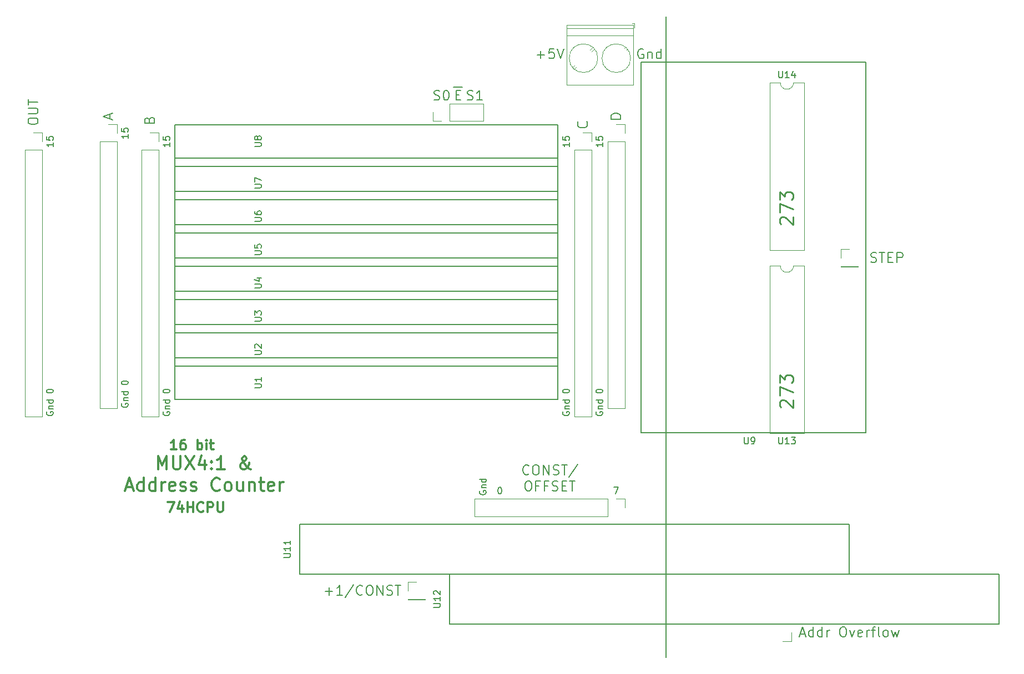
<source format=gbr>
%TF.GenerationSoftware,KiCad,Pcbnew,(5.1.8)-1*%
%TF.CreationDate,2024-06-20T22:43:38+03:00*%
%TF.ProjectId,MUX16bit,4d555831-3662-4697-942e-6b696361645f,rev?*%
%TF.SameCoordinates,Original*%
%TF.FileFunction,Legend,Top*%
%TF.FilePolarity,Positive*%
%FSLAX46Y46*%
G04 Gerber Fmt 4.6, Leading zero omitted, Abs format (unit mm)*
G04 Created by KiCad (PCBNEW (5.1.8)-1) date 2024-06-20 22:43:38*
%MOMM*%
%LPD*%
G01*
G04 APERTURE LIST*
%ADD10C,0.200000*%
%ADD11C,0.150000*%
%ADD12C,0.250000*%
%ADD13C,0.300000*%
%ADD14C,0.120000*%
G04 APERTURE END LIST*
D10*
X90801428Y-82495714D02*
X90730000Y-82567142D01*
X90515714Y-82638571D01*
X90372857Y-82638571D01*
X90158571Y-82567142D01*
X90015714Y-82424285D01*
X89944285Y-82281428D01*
X89872857Y-81995714D01*
X89872857Y-81781428D01*
X89944285Y-81495714D01*
X90015714Y-81352857D01*
X90158571Y-81210000D01*
X90372857Y-81138571D01*
X90515714Y-81138571D01*
X90730000Y-81210000D01*
X90801428Y-81281428D01*
X91730000Y-81138571D02*
X92015714Y-81138571D01*
X92158571Y-81210000D01*
X92301428Y-81352857D01*
X92372857Y-81638571D01*
X92372857Y-82138571D01*
X92301428Y-82424285D01*
X92158571Y-82567142D01*
X92015714Y-82638571D01*
X91730000Y-82638571D01*
X91587142Y-82567142D01*
X91444285Y-82424285D01*
X91372857Y-82138571D01*
X91372857Y-81638571D01*
X91444285Y-81352857D01*
X91587142Y-81210000D01*
X91730000Y-81138571D01*
X93015714Y-82638571D02*
X93015714Y-81138571D01*
X93872857Y-82638571D01*
X93872857Y-81138571D01*
X94515714Y-82567142D02*
X94730000Y-82638571D01*
X95087142Y-82638571D01*
X95230000Y-82567142D01*
X95301428Y-82495714D01*
X95372857Y-82352857D01*
X95372857Y-82210000D01*
X95301428Y-82067142D01*
X95230000Y-81995714D01*
X95087142Y-81924285D01*
X94801428Y-81852857D01*
X94658571Y-81781428D01*
X94587142Y-81710000D01*
X94515714Y-81567142D01*
X94515714Y-81424285D01*
X94587142Y-81281428D01*
X94658571Y-81210000D01*
X94801428Y-81138571D01*
X95158571Y-81138571D01*
X95372857Y-81210000D01*
X95801428Y-81138571D02*
X96658571Y-81138571D01*
X96230000Y-82638571D02*
X96230000Y-81138571D01*
X98230000Y-81067142D02*
X96944285Y-82995714D01*
X90587142Y-83588571D02*
X90872857Y-83588571D01*
X91015714Y-83660000D01*
X91158571Y-83802857D01*
X91230000Y-84088571D01*
X91230000Y-84588571D01*
X91158571Y-84874285D01*
X91015714Y-85017142D01*
X90872857Y-85088571D01*
X90587142Y-85088571D01*
X90444285Y-85017142D01*
X90301428Y-84874285D01*
X90230000Y-84588571D01*
X90230000Y-84088571D01*
X90301428Y-83802857D01*
X90444285Y-83660000D01*
X90587142Y-83588571D01*
X92372857Y-84302857D02*
X91872857Y-84302857D01*
X91872857Y-85088571D02*
X91872857Y-83588571D01*
X92587142Y-83588571D01*
X93658571Y-84302857D02*
X93158571Y-84302857D01*
X93158571Y-85088571D02*
X93158571Y-83588571D01*
X93872857Y-83588571D01*
X94372857Y-85017142D02*
X94587142Y-85088571D01*
X94944285Y-85088571D01*
X95087142Y-85017142D01*
X95158571Y-84945714D01*
X95230000Y-84802857D01*
X95230000Y-84660000D01*
X95158571Y-84517142D01*
X95087142Y-84445714D01*
X94944285Y-84374285D01*
X94658571Y-84302857D01*
X94515714Y-84231428D01*
X94444285Y-84160000D01*
X94372857Y-84017142D01*
X94372857Y-83874285D01*
X94444285Y-83731428D01*
X94515714Y-83660000D01*
X94658571Y-83588571D01*
X95015714Y-83588571D01*
X95230000Y-83660000D01*
X95872857Y-84302857D02*
X96372857Y-84302857D01*
X96587142Y-85088571D02*
X95872857Y-85088571D01*
X95872857Y-83588571D01*
X96587142Y-83588571D01*
X97015714Y-83588571D02*
X97872857Y-83588571D01*
X97444285Y-85088571D02*
X97444285Y-83588571D01*
D11*
X83320000Y-85097857D02*
X83272380Y-85193095D01*
X83272380Y-85335952D01*
X83320000Y-85478809D01*
X83415238Y-85574047D01*
X83510476Y-85621666D01*
X83700952Y-85669285D01*
X83843809Y-85669285D01*
X84034285Y-85621666D01*
X84129523Y-85574047D01*
X84224761Y-85478809D01*
X84272380Y-85335952D01*
X84272380Y-85240714D01*
X84224761Y-85097857D01*
X84177142Y-85050238D01*
X83843809Y-85050238D01*
X83843809Y-85240714D01*
X83605714Y-84621666D02*
X84272380Y-84621666D01*
X83700952Y-84621666D02*
X83653333Y-84574047D01*
X83605714Y-84478809D01*
X83605714Y-84335952D01*
X83653333Y-84240714D01*
X83748571Y-84193095D01*
X84272380Y-84193095D01*
X84272380Y-83288333D02*
X83272380Y-83288333D01*
X84224761Y-83288333D02*
X84272380Y-83383571D01*
X84272380Y-83574047D01*
X84224761Y-83669285D01*
X84177142Y-83716904D01*
X84081904Y-83764523D01*
X83796190Y-83764523D01*
X83700952Y-83716904D01*
X83653333Y-83669285D01*
X83605714Y-83574047D01*
X83605714Y-83383571D01*
X83653333Y-83288333D01*
X103806666Y-84542380D02*
X104473333Y-84542380D01*
X104044761Y-85542380D01*
X86312380Y-84542380D02*
X86407619Y-84542380D01*
X86502857Y-84590000D01*
X86550476Y-84637619D01*
X86598095Y-84732857D01*
X86645714Y-84923333D01*
X86645714Y-85161428D01*
X86598095Y-85351904D01*
X86550476Y-85447142D01*
X86502857Y-85494761D01*
X86407619Y-85542380D01*
X86312380Y-85542380D01*
X86217142Y-85494761D01*
X86169523Y-85447142D01*
X86121904Y-85351904D01*
X86074285Y-85161428D01*
X86074285Y-84923333D01*
X86121904Y-84732857D01*
X86169523Y-84637619D01*
X86217142Y-84590000D01*
X86312380Y-84542380D01*
D10*
X132200000Y-106930000D02*
X132914285Y-106930000D01*
X132057142Y-107358571D02*
X132557142Y-105858571D01*
X133057142Y-107358571D01*
X134200000Y-107358571D02*
X134200000Y-105858571D01*
X134200000Y-107287142D02*
X134057142Y-107358571D01*
X133771428Y-107358571D01*
X133628571Y-107287142D01*
X133557142Y-107215714D01*
X133485714Y-107072857D01*
X133485714Y-106644285D01*
X133557142Y-106501428D01*
X133628571Y-106430000D01*
X133771428Y-106358571D01*
X134057142Y-106358571D01*
X134200000Y-106430000D01*
X135557142Y-107358571D02*
X135557142Y-105858571D01*
X135557142Y-107287142D02*
X135414285Y-107358571D01*
X135128571Y-107358571D01*
X134985714Y-107287142D01*
X134914285Y-107215714D01*
X134842857Y-107072857D01*
X134842857Y-106644285D01*
X134914285Y-106501428D01*
X134985714Y-106430000D01*
X135128571Y-106358571D01*
X135414285Y-106358571D01*
X135557142Y-106430000D01*
X136271428Y-107358571D02*
X136271428Y-106358571D01*
X136271428Y-106644285D02*
X136342857Y-106501428D01*
X136414285Y-106430000D01*
X136557142Y-106358571D01*
X136700000Y-106358571D01*
X138628571Y-105858571D02*
X138914285Y-105858571D01*
X139057142Y-105930000D01*
X139200000Y-106072857D01*
X139271428Y-106358571D01*
X139271428Y-106858571D01*
X139200000Y-107144285D01*
X139057142Y-107287142D01*
X138914285Y-107358571D01*
X138628571Y-107358571D01*
X138485714Y-107287142D01*
X138342857Y-107144285D01*
X138271428Y-106858571D01*
X138271428Y-106358571D01*
X138342857Y-106072857D01*
X138485714Y-105930000D01*
X138628571Y-105858571D01*
X139771428Y-106358571D02*
X140128571Y-107358571D01*
X140485714Y-106358571D01*
X141628571Y-107287142D02*
X141485714Y-107358571D01*
X141200000Y-107358571D01*
X141057142Y-107287142D01*
X140985714Y-107144285D01*
X140985714Y-106572857D01*
X141057142Y-106430000D01*
X141200000Y-106358571D01*
X141485714Y-106358571D01*
X141628571Y-106430000D01*
X141700000Y-106572857D01*
X141700000Y-106715714D01*
X140985714Y-106858571D01*
X142342857Y-107358571D02*
X142342857Y-106358571D01*
X142342857Y-106644285D02*
X142414285Y-106501428D01*
X142485714Y-106430000D01*
X142628571Y-106358571D01*
X142771428Y-106358571D01*
X143057142Y-106358571D02*
X143628571Y-106358571D01*
X143271428Y-107358571D02*
X143271428Y-106072857D01*
X143342857Y-105930000D01*
X143485714Y-105858571D01*
X143628571Y-105858571D01*
X144342857Y-107358571D02*
X144200000Y-107287142D01*
X144128571Y-107144285D01*
X144128571Y-105858571D01*
X145128571Y-107358571D02*
X144985714Y-107287142D01*
X144914285Y-107215714D01*
X144842857Y-107072857D01*
X144842857Y-106644285D01*
X144914285Y-106501428D01*
X144985714Y-106430000D01*
X145128571Y-106358571D01*
X145342857Y-106358571D01*
X145485714Y-106430000D01*
X145557142Y-106501428D01*
X145628571Y-106644285D01*
X145628571Y-107072857D01*
X145557142Y-107215714D01*
X145485714Y-107287142D01*
X145342857Y-107358571D01*
X145128571Y-107358571D01*
X146128571Y-106358571D02*
X146414285Y-107358571D01*
X146700000Y-106644285D01*
X146985714Y-107358571D01*
X147271428Y-106358571D01*
X59726428Y-100437142D02*
X60869285Y-100437142D01*
X60297857Y-101008571D02*
X60297857Y-99865714D01*
X62369285Y-101008571D02*
X61512142Y-101008571D01*
X61940714Y-101008571D02*
X61940714Y-99508571D01*
X61797857Y-99722857D01*
X61655000Y-99865714D01*
X61512142Y-99937142D01*
X64083571Y-99437142D02*
X62797857Y-101365714D01*
X65440714Y-100865714D02*
X65369285Y-100937142D01*
X65155000Y-101008571D01*
X65012142Y-101008571D01*
X64797857Y-100937142D01*
X64655000Y-100794285D01*
X64583571Y-100651428D01*
X64512142Y-100365714D01*
X64512142Y-100151428D01*
X64583571Y-99865714D01*
X64655000Y-99722857D01*
X64797857Y-99580000D01*
X65012142Y-99508571D01*
X65155000Y-99508571D01*
X65369285Y-99580000D01*
X65440714Y-99651428D01*
X66369285Y-99508571D02*
X66655000Y-99508571D01*
X66797857Y-99580000D01*
X66940714Y-99722857D01*
X67012142Y-100008571D01*
X67012142Y-100508571D01*
X66940714Y-100794285D01*
X66797857Y-100937142D01*
X66655000Y-101008571D01*
X66369285Y-101008571D01*
X66226428Y-100937142D01*
X66083571Y-100794285D01*
X66012142Y-100508571D01*
X66012142Y-100008571D01*
X66083571Y-99722857D01*
X66226428Y-99580000D01*
X66369285Y-99508571D01*
X67655000Y-101008571D02*
X67655000Y-99508571D01*
X68512142Y-101008571D01*
X68512142Y-99508571D01*
X69155000Y-100937142D02*
X69369285Y-101008571D01*
X69726428Y-101008571D01*
X69869285Y-100937142D01*
X69940714Y-100865714D01*
X70012142Y-100722857D01*
X70012142Y-100580000D01*
X69940714Y-100437142D01*
X69869285Y-100365714D01*
X69726428Y-100294285D01*
X69440714Y-100222857D01*
X69297857Y-100151428D01*
X69226428Y-100080000D01*
X69155000Y-99937142D01*
X69155000Y-99794285D01*
X69226428Y-99651428D01*
X69297857Y-99580000D01*
X69440714Y-99508571D01*
X69797857Y-99508571D01*
X70012142Y-99580000D01*
X70440714Y-99508571D02*
X71297857Y-99508571D01*
X70869285Y-101008571D02*
X70869285Y-99508571D01*
X142986428Y-50137142D02*
X143200714Y-50208571D01*
X143557857Y-50208571D01*
X143700714Y-50137142D01*
X143772142Y-50065714D01*
X143843571Y-49922857D01*
X143843571Y-49780000D01*
X143772142Y-49637142D01*
X143700714Y-49565714D01*
X143557857Y-49494285D01*
X143272142Y-49422857D01*
X143129285Y-49351428D01*
X143057857Y-49280000D01*
X142986428Y-49137142D01*
X142986428Y-48994285D01*
X143057857Y-48851428D01*
X143129285Y-48780000D01*
X143272142Y-48708571D01*
X143629285Y-48708571D01*
X143843571Y-48780000D01*
X144272142Y-48708571D02*
X145129285Y-48708571D01*
X144700714Y-50208571D02*
X144700714Y-48708571D01*
X145629285Y-49422857D02*
X146129285Y-49422857D01*
X146343571Y-50208571D02*
X145629285Y-50208571D01*
X145629285Y-48708571D01*
X146343571Y-48708571D01*
X146986428Y-50208571D02*
X146986428Y-48708571D01*
X147557857Y-48708571D01*
X147700714Y-48780000D01*
X147772142Y-48851428D01*
X147843571Y-48994285D01*
X147843571Y-49208571D01*
X147772142Y-49351428D01*
X147700714Y-49422857D01*
X147557857Y-49494285D01*
X146986428Y-49494285D01*
X111760000Y-110490000D02*
X111760000Y-12700000D01*
D12*
X129270238Y-44386190D02*
X129175000Y-44290952D01*
X129079761Y-44100476D01*
X129079761Y-43624285D01*
X129175000Y-43433809D01*
X129270238Y-43338571D01*
X129460714Y-43243333D01*
X129651190Y-43243333D01*
X129936904Y-43338571D01*
X131079761Y-44481428D01*
X131079761Y-43243333D01*
X129079761Y-42576666D02*
X129079761Y-41243333D01*
X131079761Y-42100476D01*
X129079761Y-40671904D02*
X129079761Y-39433809D01*
X129841666Y-40100476D01*
X129841666Y-39814761D01*
X129936904Y-39624285D01*
X130032142Y-39529047D01*
X130222619Y-39433809D01*
X130698809Y-39433809D01*
X130889285Y-39529047D01*
X130984523Y-39624285D01*
X131079761Y-39814761D01*
X131079761Y-40386190D01*
X130984523Y-40576666D01*
X130889285Y-40671904D01*
D11*
X101052380Y-69897619D02*
X101052380Y-69802380D01*
X101100000Y-69707142D01*
X101147619Y-69659523D01*
X101242857Y-69611904D01*
X101433333Y-69564285D01*
X101671428Y-69564285D01*
X101861904Y-69611904D01*
X101957142Y-69659523D01*
X102004761Y-69707142D01*
X102052380Y-69802380D01*
X102052380Y-69897619D01*
X102004761Y-69992857D01*
X101957142Y-70040476D01*
X101861904Y-70088095D01*
X101671428Y-70135714D01*
X101433333Y-70135714D01*
X101242857Y-70088095D01*
X101147619Y-70040476D01*
X101100000Y-69992857D01*
X101052380Y-69897619D01*
X102052380Y-31940476D02*
X102052380Y-32511904D01*
X102052380Y-32226190D02*
X101052380Y-32226190D01*
X101195238Y-32321428D01*
X101290476Y-32416666D01*
X101338095Y-32511904D01*
X101052380Y-31035714D02*
X101052380Y-31511904D01*
X101528571Y-31559523D01*
X101480952Y-31511904D01*
X101433333Y-31416666D01*
X101433333Y-31178571D01*
X101480952Y-31083333D01*
X101528571Y-31035714D01*
X101623809Y-30988095D01*
X101861904Y-30988095D01*
X101957142Y-31035714D01*
X102004761Y-31083333D01*
X102052380Y-31178571D01*
X102052380Y-31416666D01*
X102004761Y-31511904D01*
X101957142Y-31559523D01*
X29662380Y-30670476D02*
X29662380Y-31241904D01*
X29662380Y-30956190D02*
X28662380Y-30956190D01*
X28805238Y-31051428D01*
X28900476Y-31146666D01*
X28948095Y-31241904D01*
X28662380Y-29765714D02*
X28662380Y-30241904D01*
X29138571Y-30289523D01*
X29090952Y-30241904D01*
X29043333Y-30146666D01*
X29043333Y-29908571D01*
X29090952Y-29813333D01*
X29138571Y-29765714D01*
X29233809Y-29718095D01*
X29471904Y-29718095D01*
X29567142Y-29765714D01*
X29614761Y-29813333D01*
X29662380Y-29908571D01*
X29662380Y-30146666D01*
X29614761Y-30241904D01*
X29567142Y-30289523D01*
X28662380Y-68627619D02*
X28662380Y-68532380D01*
X28710000Y-68437142D01*
X28757619Y-68389523D01*
X28852857Y-68341904D01*
X29043333Y-68294285D01*
X29281428Y-68294285D01*
X29471904Y-68341904D01*
X29567142Y-68389523D01*
X29614761Y-68437142D01*
X29662380Y-68532380D01*
X29662380Y-68627619D01*
X29614761Y-68722857D01*
X29567142Y-68770476D01*
X29471904Y-68818095D01*
X29281428Y-68865714D01*
X29043333Y-68865714D01*
X28852857Y-68818095D01*
X28757619Y-68770476D01*
X28710000Y-68722857D01*
X28662380Y-68627619D01*
X96020000Y-73032857D02*
X95972380Y-73128095D01*
X95972380Y-73270952D01*
X96020000Y-73413809D01*
X96115238Y-73509047D01*
X96210476Y-73556666D01*
X96400952Y-73604285D01*
X96543809Y-73604285D01*
X96734285Y-73556666D01*
X96829523Y-73509047D01*
X96924761Y-73413809D01*
X96972380Y-73270952D01*
X96972380Y-73175714D01*
X96924761Y-73032857D01*
X96877142Y-72985238D01*
X96543809Y-72985238D01*
X96543809Y-73175714D01*
X96305714Y-72556666D02*
X96972380Y-72556666D01*
X96400952Y-72556666D02*
X96353333Y-72509047D01*
X96305714Y-72413809D01*
X96305714Y-72270952D01*
X96353333Y-72175714D01*
X96448571Y-72128095D01*
X96972380Y-72128095D01*
X96972380Y-71223333D02*
X95972380Y-71223333D01*
X96924761Y-71223333D02*
X96972380Y-71318571D01*
X96972380Y-71509047D01*
X96924761Y-71604285D01*
X96877142Y-71651904D01*
X96781904Y-71699523D01*
X96496190Y-71699523D01*
X96400952Y-71651904D01*
X96353333Y-71604285D01*
X96305714Y-71509047D01*
X96305714Y-71318571D01*
X96353333Y-71223333D01*
X101100000Y-73032857D02*
X101052380Y-73128095D01*
X101052380Y-73270952D01*
X101100000Y-73413809D01*
X101195238Y-73509047D01*
X101290476Y-73556666D01*
X101480952Y-73604285D01*
X101623809Y-73604285D01*
X101814285Y-73556666D01*
X101909523Y-73509047D01*
X102004761Y-73413809D01*
X102052380Y-73270952D01*
X102052380Y-73175714D01*
X102004761Y-73032857D01*
X101957142Y-72985238D01*
X101623809Y-72985238D01*
X101623809Y-73175714D01*
X101385714Y-72556666D02*
X102052380Y-72556666D01*
X101480952Y-72556666D02*
X101433333Y-72509047D01*
X101385714Y-72413809D01*
X101385714Y-72270952D01*
X101433333Y-72175714D01*
X101528571Y-72128095D01*
X102052380Y-72128095D01*
X102052380Y-71223333D02*
X101052380Y-71223333D01*
X102004761Y-71223333D02*
X102052380Y-71318571D01*
X102052380Y-71509047D01*
X102004761Y-71604285D01*
X101957142Y-71651904D01*
X101861904Y-71699523D01*
X101576190Y-71699523D01*
X101480952Y-71651904D01*
X101433333Y-71604285D01*
X101385714Y-71509047D01*
X101385714Y-71318571D01*
X101433333Y-71223333D01*
X35060000Y-73032857D02*
X35012380Y-73128095D01*
X35012380Y-73270952D01*
X35060000Y-73413809D01*
X35155238Y-73509047D01*
X35250476Y-73556666D01*
X35440952Y-73604285D01*
X35583809Y-73604285D01*
X35774285Y-73556666D01*
X35869523Y-73509047D01*
X35964761Y-73413809D01*
X36012380Y-73270952D01*
X36012380Y-73175714D01*
X35964761Y-73032857D01*
X35917142Y-72985238D01*
X35583809Y-72985238D01*
X35583809Y-73175714D01*
X35345714Y-72556666D02*
X36012380Y-72556666D01*
X35440952Y-72556666D02*
X35393333Y-72509047D01*
X35345714Y-72413809D01*
X35345714Y-72270952D01*
X35393333Y-72175714D01*
X35488571Y-72128095D01*
X36012380Y-72128095D01*
X36012380Y-71223333D02*
X35012380Y-71223333D01*
X35964761Y-71223333D02*
X36012380Y-71318571D01*
X36012380Y-71509047D01*
X35964761Y-71604285D01*
X35917142Y-71651904D01*
X35821904Y-71699523D01*
X35536190Y-71699523D01*
X35440952Y-71651904D01*
X35393333Y-71604285D01*
X35345714Y-71509047D01*
X35345714Y-71318571D01*
X35393333Y-71223333D01*
X28710000Y-71762857D02*
X28662380Y-71858095D01*
X28662380Y-72000952D01*
X28710000Y-72143809D01*
X28805238Y-72239047D01*
X28900476Y-72286666D01*
X29090952Y-72334285D01*
X29233809Y-72334285D01*
X29424285Y-72286666D01*
X29519523Y-72239047D01*
X29614761Y-72143809D01*
X29662380Y-72000952D01*
X29662380Y-71905714D01*
X29614761Y-71762857D01*
X29567142Y-71715238D01*
X29233809Y-71715238D01*
X29233809Y-71905714D01*
X28995714Y-71286666D02*
X29662380Y-71286666D01*
X29090952Y-71286666D02*
X29043333Y-71239047D01*
X28995714Y-71143809D01*
X28995714Y-71000952D01*
X29043333Y-70905714D01*
X29138571Y-70858095D01*
X29662380Y-70858095D01*
X29662380Y-69953333D02*
X28662380Y-69953333D01*
X29614761Y-69953333D02*
X29662380Y-70048571D01*
X29662380Y-70239047D01*
X29614761Y-70334285D01*
X29567142Y-70381904D01*
X29471904Y-70429523D01*
X29186190Y-70429523D01*
X29090952Y-70381904D01*
X29043333Y-70334285D01*
X28995714Y-70239047D01*
X28995714Y-70048571D01*
X29043333Y-69953333D01*
X17280000Y-73032857D02*
X17232380Y-73128095D01*
X17232380Y-73270952D01*
X17280000Y-73413809D01*
X17375238Y-73509047D01*
X17470476Y-73556666D01*
X17660952Y-73604285D01*
X17803809Y-73604285D01*
X17994285Y-73556666D01*
X18089523Y-73509047D01*
X18184761Y-73413809D01*
X18232380Y-73270952D01*
X18232380Y-73175714D01*
X18184761Y-73032857D01*
X18137142Y-72985238D01*
X17803809Y-72985238D01*
X17803809Y-73175714D01*
X17565714Y-72556666D02*
X18232380Y-72556666D01*
X17660952Y-72556666D02*
X17613333Y-72509047D01*
X17565714Y-72413809D01*
X17565714Y-72270952D01*
X17613333Y-72175714D01*
X17708571Y-72128095D01*
X18232380Y-72128095D01*
X18232380Y-71223333D02*
X17232380Y-71223333D01*
X18184761Y-71223333D02*
X18232380Y-71318571D01*
X18232380Y-71509047D01*
X18184761Y-71604285D01*
X18137142Y-71651904D01*
X18041904Y-71699523D01*
X17756190Y-71699523D01*
X17660952Y-71651904D01*
X17613333Y-71604285D01*
X17565714Y-71509047D01*
X17565714Y-71318571D01*
X17613333Y-71223333D01*
D12*
X129270238Y-72326190D02*
X129175000Y-72230952D01*
X129079761Y-72040476D01*
X129079761Y-71564285D01*
X129175000Y-71373809D01*
X129270238Y-71278571D01*
X129460714Y-71183333D01*
X129651190Y-71183333D01*
X129936904Y-71278571D01*
X131079761Y-72421428D01*
X131079761Y-71183333D01*
X129079761Y-70516666D02*
X129079761Y-69183333D01*
X131079761Y-70040476D01*
X129079761Y-68611904D02*
X129079761Y-67373809D01*
X129841666Y-68040476D01*
X129841666Y-67754761D01*
X129936904Y-67564285D01*
X130032142Y-67469047D01*
X130222619Y-67373809D01*
X130698809Y-67373809D01*
X130889285Y-67469047D01*
X130984523Y-67564285D01*
X131079761Y-67754761D01*
X131079761Y-68326190D01*
X130984523Y-68516666D01*
X130889285Y-68611904D01*
D13*
X37048571Y-78783571D02*
X36191428Y-78783571D01*
X36620000Y-78783571D02*
X36620000Y-77283571D01*
X36477142Y-77497857D01*
X36334285Y-77640714D01*
X36191428Y-77712142D01*
X38334285Y-77283571D02*
X38048571Y-77283571D01*
X37905714Y-77355000D01*
X37834285Y-77426428D01*
X37691428Y-77640714D01*
X37620000Y-77926428D01*
X37620000Y-78497857D01*
X37691428Y-78640714D01*
X37762857Y-78712142D01*
X37905714Y-78783571D01*
X38191428Y-78783571D01*
X38334285Y-78712142D01*
X38405714Y-78640714D01*
X38477142Y-78497857D01*
X38477142Y-78140714D01*
X38405714Y-77997857D01*
X38334285Y-77926428D01*
X38191428Y-77855000D01*
X37905714Y-77855000D01*
X37762857Y-77926428D01*
X37691428Y-77997857D01*
X37620000Y-78140714D01*
X40262857Y-78783571D02*
X40262857Y-77283571D01*
X40262857Y-77855000D02*
X40405714Y-77783571D01*
X40691428Y-77783571D01*
X40834285Y-77855000D01*
X40905714Y-77926428D01*
X40977142Y-78069285D01*
X40977142Y-78497857D01*
X40905714Y-78640714D01*
X40834285Y-78712142D01*
X40691428Y-78783571D01*
X40405714Y-78783571D01*
X40262857Y-78712142D01*
X41620000Y-78783571D02*
X41620000Y-77783571D01*
X41620000Y-77283571D02*
X41548571Y-77355000D01*
X41620000Y-77426428D01*
X41691428Y-77355000D01*
X41620000Y-77283571D01*
X41620000Y-77426428D01*
X42120000Y-77783571D02*
X42691428Y-77783571D01*
X42334285Y-77283571D02*
X42334285Y-78569285D01*
X42405714Y-78712142D01*
X42548571Y-78783571D01*
X42691428Y-78783571D01*
X34227380Y-81804761D02*
X34227380Y-79804761D01*
X34894047Y-81233333D01*
X35560714Y-79804761D01*
X35560714Y-81804761D01*
X36513095Y-79804761D02*
X36513095Y-81423809D01*
X36608333Y-81614285D01*
X36703571Y-81709523D01*
X36894047Y-81804761D01*
X37275000Y-81804761D01*
X37465476Y-81709523D01*
X37560714Y-81614285D01*
X37655952Y-81423809D01*
X37655952Y-79804761D01*
X38417857Y-79804761D02*
X39751190Y-81804761D01*
X39751190Y-79804761D02*
X38417857Y-81804761D01*
X41370238Y-80471428D02*
X41370238Y-81804761D01*
X40894047Y-79709523D02*
X40417857Y-81138095D01*
X41655952Y-81138095D01*
X42417857Y-81614285D02*
X42513095Y-81709523D01*
X42417857Y-81804761D01*
X42322619Y-81709523D01*
X42417857Y-81614285D01*
X42417857Y-81804761D01*
X42417857Y-80566666D02*
X42513095Y-80661904D01*
X42417857Y-80757142D01*
X42322619Y-80661904D01*
X42417857Y-80566666D01*
X42417857Y-80757142D01*
X44417857Y-81804761D02*
X43275000Y-81804761D01*
X43846428Y-81804761D02*
X43846428Y-79804761D01*
X43655952Y-80090476D01*
X43465476Y-80280952D01*
X43275000Y-80376190D01*
X48417857Y-81804761D02*
X48322619Y-81804761D01*
X48132142Y-81709523D01*
X47846428Y-81423809D01*
X47370238Y-80852380D01*
X47179761Y-80566666D01*
X47084523Y-80280952D01*
X47084523Y-80090476D01*
X47179761Y-79900000D01*
X47370238Y-79804761D01*
X47465476Y-79804761D01*
X47655952Y-79900000D01*
X47751190Y-80090476D01*
X47751190Y-80185714D01*
X47655952Y-80376190D01*
X47560714Y-80471428D01*
X46989285Y-80852380D01*
X46894047Y-80947619D01*
X46798809Y-81138095D01*
X46798809Y-81423809D01*
X46894047Y-81614285D01*
X46989285Y-81709523D01*
X47179761Y-81804761D01*
X47465476Y-81804761D01*
X47655952Y-81709523D01*
X47751190Y-81614285D01*
X48036904Y-81233333D01*
X48132142Y-80947619D01*
X48132142Y-80757142D01*
X29370238Y-84533333D02*
X30322619Y-84533333D01*
X29179761Y-85104761D02*
X29846428Y-83104761D01*
X30513095Y-85104761D01*
X32036904Y-85104761D02*
X32036904Y-83104761D01*
X32036904Y-85009523D02*
X31846428Y-85104761D01*
X31465476Y-85104761D01*
X31275000Y-85009523D01*
X31179761Y-84914285D01*
X31084523Y-84723809D01*
X31084523Y-84152380D01*
X31179761Y-83961904D01*
X31275000Y-83866666D01*
X31465476Y-83771428D01*
X31846428Y-83771428D01*
X32036904Y-83866666D01*
X33846428Y-85104761D02*
X33846428Y-83104761D01*
X33846428Y-85009523D02*
X33655952Y-85104761D01*
X33275000Y-85104761D01*
X33084523Y-85009523D01*
X32989285Y-84914285D01*
X32894047Y-84723809D01*
X32894047Y-84152380D01*
X32989285Y-83961904D01*
X33084523Y-83866666D01*
X33275000Y-83771428D01*
X33655952Y-83771428D01*
X33846428Y-83866666D01*
X34798809Y-85104761D02*
X34798809Y-83771428D01*
X34798809Y-84152380D02*
X34894047Y-83961904D01*
X34989285Y-83866666D01*
X35179761Y-83771428D01*
X35370238Y-83771428D01*
X36798809Y-85009523D02*
X36608333Y-85104761D01*
X36227380Y-85104761D01*
X36036904Y-85009523D01*
X35941666Y-84819047D01*
X35941666Y-84057142D01*
X36036904Y-83866666D01*
X36227380Y-83771428D01*
X36608333Y-83771428D01*
X36798809Y-83866666D01*
X36894047Y-84057142D01*
X36894047Y-84247619D01*
X35941666Y-84438095D01*
X37655952Y-85009523D02*
X37846428Y-85104761D01*
X38227380Y-85104761D01*
X38417857Y-85009523D01*
X38513095Y-84819047D01*
X38513095Y-84723809D01*
X38417857Y-84533333D01*
X38227380Y-84438095D01*
X37941666Y-84438095D01*
X37751190Y-84342857D01*
X37655952Y-84152380D01*
X37655952Y-84057142D01*
X37751190Y-83866666D01*
X37941666Y-83771428D01*
X38227380Y-83771428D01*
X38417857Y-83866666D01*
X39275000Y-85009523D02*
X39465476Y-85104761D01*
X39846428Y-85104761D01*
X40036904Y-85009523D01*
X40132142Y-84819047D01*
X40132142Y-84723809D01*
X40036904Y-84533333D01*
X39846428Y-84438095D01*
X39560714Y-84438095D01*
X39370238Y-84342857D01*
X39275000Y-84152380D01*
X39275000Y-84057142D01*
X39370238Y-83866666D01*
X39560714Y-83771428D01*
X39846428Y-83771428D01*
X40036904Y-83866666D01*
X43655952Y-84914285D02*
X43560714Y-85009523D01*
X43275000Y-85104761D01*
X43084523Y-85104761D01*
X42798809Y-85009523D01*
X42608333Y-84819047D01*
X42513095Y-84628571D01*
X42417857Y-84247619D01*
X42417857Y-83961904D01*
X42513095Y-83580952D01*
X42608333Y-83390476D01*
X42798809Y-83200000D01*
X43084523Y-83104761D01*
X43275000Y-83104761D01*
X43560714Y-83200000D01*
X43655952Y-83295238D01*
X44798809Y-85104761D02*
X44608333Y-85009523D01*
X44513095Y-84914285D01*
X44417857Y-84723809D01*
X44417857Y-84152380D01*
X44513095Y-83961904D01*
X44608333Y-83866666D01*
X44798809Y-83771428D01*
X45084523Y-83771428D01*
X45275000Y-83866666D01*
X45370238Y-83961904D01*
X45465476Y-84152380D01*
X45465476Y-84723809D01*
X45370238Y-84914285D01*
X45275000Y-85009523D01*
X45084523Y-85104761D01*
X44798809Y-85104761D01*
X47179761Y-83771428D02*
X47179761Y-85104761D01*
X46322619Y-83771428D02*
X46322619Y-84819047D01*
X46417857Y-85009523D01*
X46608333Y-85104761D01*
X46894047Y-85104761D01*
X47084523Y-85009523D01*
X47179761Y-84914285D01*
X48132142Y-83771428D02*
X48132142Y-85104761D01*
X48132142Y-83961904D02*
X48227380Y-83866666D01*
X48417857Y-83771428D01*
X48703571Y-83771428D01*
X48894047Y-83866666D01*
X48989285Y-84057142D01*
X48989285Y-85104761D01*
X49655952Y-83771428D02*
X50417857Y-83771428D01*
X49941666Y-83104761D02*
X49941666Y-84819047D01*
X50036904Y-85009523D01*
X50227380Y-85104761D01*
X50417857Y-85104761D01*
X51846428Y-85009523D02*
X51655952Y-85104761D01*
X51275000Y-85104761D01*
X51084523Y-85009523D01*
X50989285Y-84819047D01*
X50989285Y-84057142D01*
X51084523Y-83866666D01*
X51275000Y-83771428D01*
X51655952Y-83771428D01*
X51846428Y-83866666D01*
X51941666Y-84057142D01*
X51941666Y-84247619D01*
X50989285Y-84438095D01*
X52798809Y-85104761D02*
X52798809Y-83771428D01*
X52798809Y-84152380D02*
X52894047Y-83961904D01*
X52989285Y-83866666D01*
X53179761Y-83771428D01*
X53370238Y-83771428D01*
X35719285Y-86808571D02*
X36719285Y-86808571D01*
X36076428Y-88308571D01*
X37933571Y-87308571D02*
X37933571Y-88308571D01*
X37576428Y-86737142D02*
X37219285Y-87808571D01*
X38147857Y-87808571D01*
X38719285Y-88308571D02*
X38719285Y-86808571D01*
X38719285Y-87522857D02*
X39576428Y-87522857D01*
X39576428Y-88308571D02*
X39576428Y-86808571D01*
X41147857Y-88165714D02*
X41076428Y-88237142D01*
X40862142Y-88308571D01*
X40719285Y-88308571D01*
X40505000Y-88237142D01*
X40362142Y-88094285D01*
X40290714Y-87951428D01*
X40219285Y-87665714D01*
X40219285Y-87451428D01*
X40290714Y-87165714D01*
X40362142Y-87022857D01*
X40505000Y-86880000D01*
X40719285Y-86808571D01*
X40862142Y-86808571D01*
X41076428Y-86880000D01*
X41147857Y-86951428D01*
X41790714Y-88308571D02*
X41790714Y-86808571D01*
X42362142Y-86808571D01*
X42505000Y-86880000D01*
X42576428Y-86951428D01*
X42647857Y-87094285D01*
X42647857Y-87308571D01*
X42576428Y-87451428D01*
X42505000Y-87522857D01*
X42362142Y-87594285D01*
X41790714Y-87594285D01*
X43290714Y-86808571D02*
X43290714Y-88022857D01*
X43362142Y-88165714D01*
X43433571Y-88237142D01*
X43576428Y-88308571D01*
X43862142Y-88308571D01*
X44005000Y-88237142D01*
X44076428Y-88165714D01*
X44147857Y-88022857D01*
X44147857Y-86808571D01*
D11*
X18232380Y-31940476D02*
X18232380Y-32511904D01*
X18232380Y-32226190D02*
X17232380Y-32226190D01*
X17375238Y-32321428D01*
X17470476Y-32416666D01*
X17518095Y-32511904D01*
X17232380Y-31035714D02*
X17232380Y-31511904D01*
X17708571Y-31559523D01*
X17660952Y-31511904D01*
X17613333Y-31416666D01*
X17613333Y-31178571D01*
X17660952Y-31083333D01*
X17708571Y-31035714D01*
X17803809Y-30988095D01*
X18041904Y-30988095D01*
X18137142Y-31035714D01*
X18184761Y-31083333D01*
X18232380Y-31178571D01*
X18232380Y-31416666D01*
X18184761Y-31511904D01*
X18137142Y-31559523D01*
X17232380Y-69897619D02*
X17232380Y-69802380D01*
X17280000Y-69707142D01*
X17327619Y-69659523D01*
X17422857Y-69611904D01*
X17613333Y-69564285D01*
X17851428Y-69564285D01*
X18041904Y-69611904D01*
X18137142Y-69659523D01*
X18184761Y-69707142D01*
X18232380Y-69802380D01*
X18232380Y-69897619D01*
X18184761Y-69992857D01*
X18137142Y-70040476D01*
X18041904Y-70088095D01*
X17851428Y-70135714D01*
X17613333Y-70135714D01*
X17422857Y-70088095D01*
X17327619Y-70040476D01*
X17280000Y-69992857D01*
X17232380Y-69897619D01*
D10*
X14418571Y-28805000D02*
X14418571Y-28519285D01*
X14490000Y-28376428D01*
X14632857Y-28233571D01*
X14918571Y-28162142D01*
X15418571Y-28162142D01*
X15704285Y-28233571D01*
X15847142Y-28376428D01*
X15918571Y-28519285D01*
X15918571Y-28805000D01*
X15847142Y-28947857D01*
X15704285Y-29090714D01*
X15418571Y-29162142D01*
X14918571Y-29162142D01*
X14632857Y-29090714D01*
X14490000Y-28947857D01*
X14418571Y-28805000D01*
X14418571Y-27519285D02*
X15632857Y-27519285D01*
X15775714Y-27447857D01*
X15847142Y-27376428D01*
X15918571Y-27233571D01*
X15918571Y-26947857D01*
X15847142Y-26805000D01*
X15775714Y-26733571D01*
X15632857Y-26662142D01*
X14418571Y-26662142D01*
X14418571Y-26162142D02*
X14418571Y-25305000D01*
X15918571Y-25733571D02*
X14418571Y-25733571D01*
X92051428Y-18522142D02*
X93194285Y-18522142D01*
X92622857Y-19093571D02*
X92622857Y-17950714D01*
X94622857Y-17593571D02*
X93908571Y-17593571D01*
X93837142Y-18307857D01*
X93908571Y-18236428D01*
X94051428Y-18165000D01*
X94408571Y-18165000D01*
X94551428Y-18236428D01*
X94622857Y-18307857D01*
X94694285Y-18450714D01*
X94694285Y-18807857D01*
X94622857Y-18950714D01*
X94551428Y-19022142D01*
X94408571Y-19093571D01*
X94051428Y-19093571D01*
X93908571Y-19022142D01*
X93837142Y-18950714D01*
X95122857Y-17593571D02*
X95622857Y-19093571D01*
X96122857Y-17593571D01*
X108255714Y-17665000D02*
X108112857Y-17593571D01*
X107898571Y-17593571D01*
X107684285Y-17665000D01*
X107541428Y-17807857D01*
X107470000Y-17950714D01*
X107398571Y-18236428D01*
X107398571Y-18450714D01*
X107470000Y-18736428D01*
X107541428Y-18879285D01*
X107684285Y-19022142D01*
X107898571Y-19093571D01*
X108041428Y-19093571D01*
X108255714Y-19022142D01*
X108327142Y-18950714D01*
X108327142Y-18450714D01*
X108041428Y-18450714D01*
X108970000Y-18093571D02*
X108970000Y-19093571D01*
X108970000Y-18236428D02*
X109041428Y-18165000D01*
X109184285Y-18093571D01*
X109398571Y-18093571D01*
X109541428Y-18165000D01*
X109612857Y-18307857D01*
X109612857Y-19093571D01*
X110970000Y-19093571D02*
X110970000Y-17593571D01*
X110970000Y-19022142D02*
X110827142Y-19093571D01*
X110541428Y-19093571D01*
X110398571Y-19022142D01*
X110327142Y-18950714D01*
X110255714Y-18807857D01*
X110255714Y-18379285D01*
X110327142Y-18236428D01*
X110398571Y-18165000D01*
X110541428Y-18093571D01*
X110827142Y-18093571D01*
X110970000Y-18165000D01*
X76327142Y-25372142D02*
X76541428Y-25443571D01*
X76898571Y-25443571D01*
X77041428Y-25372142D01*
X77112857Y-25300714D01*
X77184285Y-25157857D01*
X77184285Y-25015000D01*
X77112857Y-24872142D01*
X77041428Y-24800714D01*
X76898571Y-24729285D01*
X76612857Y-24657857D01*
X76470000Y-24586428D01*
X76398571Y-24515000D01*
X76327142Y-24372142D01*
X76327142Y-24229285D01*
X76398571Y-24086428D01*
X76470000Y-24015000D01*
X76612857Y-23943571D01*
X76970000Y-23943571D01*
X77184285Y-24015000D01*
X78112857Y-23943571D02*
X78255714Y-23943571D01*
X78398571Y-24015000D01*
X78470000Y-24086428D01*
X78541428Y-24229285D01*
X78612857Y-24515000D01*
X78612857Y-24872142D01*
X78541428Y-25157857D01*
X78470000Y-25300714D01*
X78398571Y-25372142D01*
X78255714Y-25443571D01*
X78112857Y-25443571D01*
X77970000Y-25372142D01*
X77898571Y-25300714D01*
X77827142Y-25157857D01*
X77755714Y-24872142D01*
X77755714Y-24515000D01*
X77827142Y-24229285D01*
X77898571Y-24086428D01*
X77970000Y-24015000D01*
X78112857Y-23943571D01*
X79331428Y-23425000D02*
X80688571Y-23425000D01*
X79688571Y-24657857D02*
X80188571Y-24657857D01*
X80402857Y-25443571D02*
X79688571Y-25443571D01*
X79688571Y-23943571D01*
X80402857Y-23943571D01*
X81407142Y-25372142D02*
X81621428Y-25443571D01*
X81978571Y-25443571D01*
X82121428Y-25372142D01*
X82192857Y-25300714D01*
X82264285Y-25157857D01*
X82264285Y-25015000D01*
X82192857Y-24872142D01*
X82121428Y-24800714D01*
X81978571Y-24729285D01*
X81692857Y-24657857D01*
X81550000Y-24586428D01*
X81478571Y-24515000D01*
X81407142Y-24372142D01*
X81407142Y-24229285D01*
X81478571Y-24086428D01*
X81550000Y-24015000D01*
X81692857Y-23943571D01*
X82050000Y-23943571D01*
X82264285Y-24015000D01*
X83692857Y-25443571D02*
X82835714Y-25443571D01*
X83264285Y-25443571D02*
X83264285Y-23943571D01*
X83121428Y-24157857D01*
X82978571Y-24300714D01*
X82835714Y-24372142D01*
X104818571Y-28332857D02*
X103318571Y-28332857D01*
X103318571Y-27975714D01*
X103390000Y-27761428D01*
X103532857Y-27618571D01*
X103675714Y-27547142D01*
X103961428Y-27475714D01*
X104175714Y-27475714D01*
X104461428Y-27547142D01*
X104604285Y-27618571D01*
X104747142Y-27761428D01*
X104818571Y-27975714D01*
X104818571Y-28332857D01*
X99595714Y-28745714D02*
X99667142Y-28817142D01*
X99738571Y-29031428D01*
X99738571Y-29174285D01*
X99667142Y-29388571D01*
X99524285Y-29531428D01*
X99381428Y-29602857D01*
X99095714Y-29674285D01*
X98881428Y-29674285D01*
X98595714Y-29602857D01*
X98452857Y-29531428D01*
X98310000Y-29388571D01*
X98238571Y-29174285D01*
X98238571Y-29031428D01*
X98310000Y-28817142D01*
X98381428Y-28745714D01*
X32912857Y-28467857D02*
X32984285Y-28253571D01*
X33055714Y-28182142D01*
X33198571Y-28110714D01*
X33412857Y-28110714D01*
X33555714Y-28182142D01*
X33627142Y-28253571D01*
X33698571Y-28396428D01*
X33698571Y-28967857D01*
X32198571Y-28967857D01*
X32198571Y-28467857D01*
X32270000Y-28325000D01*
X32341428Y-28253571D01*
X32484285Y-28182142D01*
X32627142Y-28182142D01*
X32770000Y-28253571D01*
X32841428Y-28325000D01*
X32912857Y-28467857D01*
X32912857Y-28967857D01*
X26920000Y-28297142D02*
X26920000Y-27582857D01*
X27348571Y-28440000D02*
X25848571Y-27940000D01*
X27348571Y-27440000D01*
D11*
X96972380Y-31940476D02*
X96972380Y-32511904D01*
X96972380Y-32226190D02*
X95972380Y-32226190D01*
X96115238Y-32321428D01*
X96210476Y-32416666D01*
X96258095Y-32511904D01*
X95972380Y-31035714D02*
X95972380Y-31511904D01*
X96448571Y-31559523D01*
X96400952Y-31511904D01*
X96353333Y-31416666D01*
X96353333Y-31178571D01*
X96400952Y-31083333D01*
X96448571Y-31035714D01*
X96543809Y-30988095D01*
X96781904Y-30988095D01*
X96877142Y-31035714D01*
X96924761Y-31083333D01*
X96972380Y-31178571D01*
X96972380Y-31416666D01*
X96924761Y-31511904D01*
X96877142Y-31559523D01*
X95972380Y-69897619D02*
X95972380Y-69802380D01*
X96020000Y-69707142D01*
X96067619Y-69659523D01*
X96162857Y-69611904D01*
X96353333Y-69564285D01*
X96591428Y-69564285D01*
X96781904Y-69611904D01*
X96877142Y-69659523D01*
X96924761Y-69707142D01*
X96972380Y-69802380D01*
X96972380Y-69897619D01*
X96924761Y-69992857D01*
X96877142Y-70040476D01*
X96781904Y-70088095D01*
X96591428Y-70135714D01*
X96353333Y-70135714D01*
X96162857Y-70088095D01*
X96067619Y-70040476D01*
X96020000Y-69992857D01*
X95972380Y-69897619D01*
X36012380Y-31940476D02*
X36012380Y-32511904D01*
X36012380Y-32226190D02*
X35012380Y-32226190D01*
X35155238Y-32321428D01*
X35250476Y-32416666D01*
X35298095Y-32511904D01*
X35012380Y-31035714D02*
X35012380Y-31511904D01*
X35488571Y-31559523D01*
X35440952Y-31511904D01*
X35393333Y-31416666D01*
X35393333Y-31178571D01*
X35440952Y-31083333D01*
X35488571Y-31035714D01*
X35583809Y-30988095D01*
X35821904Y-30988095D01*
X35917142Y-31035714D01*
X35964761Y-31083333D01*
X36012380Y-31178571D01*
X36012380Y-31416666D01*
X35964761Y-31511904D01*
X35917142Y-31559523D01*
X35012380Y-69897619D02*
X35012380Y-69802380D01*
X35060000Y-69707142D01*
X35107619Y-69659523D01*
X35202857Y-69611904D01*
X35393333Y-69564285D01*
X35631428Y-69564285D01*
X35821904Y-69611904D01*
X35917142Y-69659523D01*
X35964761Y-69707142D01*
X36012380Y-69802380D01*
X36012380Y-69897619D01*
X35964761Y-69992857D01*
X35917142Y-70040476D01*
X35821904Y-70088095D01*
X35631428Y-70135714D01*
X35393333Y-70135714D01*
X35202857Y-70088095D01*
X35107619Y-70040476D01*
X35060000Y-69992857D01*
X35012380Y-69897619D01*
D14*
%TO.C,J11*%
X138370000Y-48200000D02*
X139700000Y-48200000D01*
X138370000Y-49530000D02*
X138370000Y-48200000D01*
X138370000Y-50800000D02*
X141030000Y-50800000D01*
X141030000Y-50800000D02*
X141030000Y-50860000D01*
X138370000Y-50800000D02*
X138370000Y-50860000D01*
X138370000Y-50860000D02*
X141030000Y-50860000D01*
%TO.C,J10*%
X72330000Y-99000000D02*
X73660000Y-99000000D01*
X72330000Y-100330000D02*
X72330000Y-99000000D01*
X72330000Y-101600000D02*
X74990000Y-101600000D01*
X74990000Y-101600000D02*
X74990000Y-101660000D01*
X72330000Y-101600000D02*
X72330000Y-101660000D01*
X72330000Y-101660000D02*
X74990000Y-101660000D01*
D11*
%TO.C,U9*%
X142240000Y-19685000D02*
X142240000Y-76200000D01*
X107950000Y-19685000D02*
X142240000Y-19685000D01*
X107950000Y-76200000D02*
X107950000Y-19685000D01*
X142240000Y-76200000D02*
X107950000Y-76200000D01*
%TO.C,U8*%
X95250000Y-35560000D02*
X36830000Y-35560000D01*
X95250000Y-29210000D02*
X95250000Y-35560000D01*
X36830000Y-29210000D02*
X95250000Y-29210000D01*
X36830000Y-35560000D02*
X36830000Y-29210000D01*
%TO.C,U7*%
X95250000Y-40640000D02*
X36830000Y-40640000D01*
X95250000Y-34290000D02*
X95250000Y-40640000D01*
X36830000Y-34290000D02*
X95250000Y-34290000D01*
X36830000Y-40640000D02*
X36830000Y-34290000D01*
%TO.C,U6*%
X95250000Y-45720000D02*
X36830000Y-45720000D01*
X95250000Y-39370000D02*
X95250000Y-45720000D01*
X36830000Y-39370000D02*
X95250000Y-39370000D01*
X36830000Y-45720000D02*
X36830000Y-39370000D01*
%TO.C,U5*%
X95250000Y-50800000D02*
X36830000Y-50800000D01*
X95250000Y-44450000D02*
X95250000Y-50800000D01*
X36830000Y-44450000D02*
X95250000Y-44450000D01*
X36830000Y-50800000D02*
X36830000Y-44450000D01*
%TO.C,U4*%
X95250000Y-55880000D02*
X36830000Y-55880000D01*
X95250000Y-49530000D02*
X95250000Y-55880000D01*
X36830000Y-49530000D02*
X95250000Y-49530000D01*
X36830000Y-55880000D02*
X36830000Y-49530000D01*
%TO.C,U3*%
X95250000Y-60960000D02*
X36830000Y-60960000D01*
X95250000Y-54610000D02*
X95250000Y-60960000D01*
X36830000Y-54610000D02*
X95250000Y-54610000D01*
X36830000Y-60960000D02*
X36830000Y-54610000D01*
%TO.C,U2*%
X95250000Y-66040000D02*
X36830000Y-66040000D01*
X95250000Y-59690000D02*
X95250000Y-66040000D01*
X36830000Y-59690000D02*
X95250000Y-59690000D01*
X36830000Y-66040000D02*
X36830000Y-59690000D01*
%TO.C,U1*%
X95250000Y-71120000D02*
X36830000Y-71120000D01*
X95250000Y-64770000D02*
X95250000Y-71120000D01*
X36830000Y-64770000D02*
X95250000Y-64770000D01*
X36830000Y-71120000D02*
X36830000Y-64770000D01*
D14*
%TO.C,J9*%
X82490000Y-86300000D02*
X82490000Y-88960000D01*
X102870000Y-86300000D02*
X82490000Y-86300000D01*
X102870000Y-88960000D02*
X82490000Y-88960000D01*
X102870000Y-86300000D02*
X102870000Y-88960000D01*
X104140000Y-86300000D02*
X105470000Y-86300000D01*
X105470000Y-86300000D02*
X105470000Y-87630000D01*
%TO.C,U14*%
X129175000Y-22800000D02*
X127525000Y-22800000D01*
X127525000Y-22800000D02*
X127525000Y-48320000D01*
X127525000Y-48320000D02*
X132825000Y-48320000D01*
X132825000Y-48320000D02*
X132825000Y-22800000D01*
X132825000Y-22800000D02*
X131175000Y-22800000D01*
X131175000Y-22800000D02*
G75*
G02*
X129175000Y-22800000I-1000000J0D01*
G01*
%TO.C,U13*%
X129175000Y-50740000D02*
X127525000Y-50740000D01*
X127525000Y-50740000D02*
X127525000Y-76260000D01*
X127525000Y-76260000D02*
X132825000Y-76260000D01*
X132825000Y-76260000D02*
X132825000Y-50740000D01*
X132825000Y-50740000D02*
X131175000Y-50740000D01*
X131175000Y-50740000D02*
G75*
G02*
X129175000Y-50740000I-1000000J0D01*
G01*
D11*
%TO.C,U12*%
X162560000Y-105410000D02*
X78740000Y-105410000D01*
X162560000Y-97790000D02*
X162560000Y-105410000D01*
X78740000Y-97790000D02*
X162560000Y-97790000D01*
X78740000Y-105410000D02*
X78740000Y-97790000D01*
%TO.C,U11*%
X139700000Y-97790000D02*
X55880000Y-97790000D01*
X139700000Y-90170000D02*
X139700000Y-97790000D01*
X55880000Y-90170000D02*
X139700000Y-90170000D01*
X55880000Y-97790000D02*
X55880000Y-90170000D01*
D14*
%TO.C,J5*%
X13910000Y-33020000D02*
X16570000Y-33020000D01*
X13910000Y-33020000D02*
X13910000Y-73720000D01*
X13910000Y-73720000D02*
X16570000Y-73720000D01*
X16570000Y-33020000D02*
X16570000Y-73720000D01*
X16570000Y-30420000D02*
X16570000Y-31750000D01*
X15240000Y-30420000D02*
X16570000Y-30420000D01*
%TO.C,J4*%
X102810000Y-31750000D02*
X105470000Y-31750000D01*
X102810000Y-31750000D02*
X102810000Y-72450000D01*
X102810000Y-72450000D02*
X105470000Y-72450000D01*
X105470000Y-31750000D02*
X105470000Y-72450000D01*
X105470000Y-29150000D02*
X105470000Y-30480000D01*
X104140000Y-29150000D02*
X105470000Y-29150000D01*
%TO.C,J3*%
X97730000Y-33020000D02*
X100390000Y-33020000D01*
X97730000Y-33020000D02*
X97730000Y-73720000D01*
X97730000Y-73720000D02*
X100390000Y-73720000D01*
X100390000Y-33020000D02*
X100390000Y-73720000D01*
X100390000Y-30420000D02*
X100390000Y-31750000D01*
X99060000Y-30420000D02*
X100390000Y-30420000D01*
%TO.C,J2*%
X31690000Y-33020000D02*
X34350000Y-33020000D01*
X31690000Y-33020000D02*
X31690000Y-73720000D01*
X31690000Y-73720000D02*
X34350000Y-73720000D01*
X34350000Y-33020000D02*
X34350000Y-73720000D01*
X34350000Y-30420000D02*
X34350000Y-31750000D01*
X33020000Y-30420000D02*
X34350000Y-30420000D01*
%TO.C,J1*%
X25340000Y-31750000D02*
X28000000Y-31750000D01*
X25340000Y-31750000D02*
X25340000Y-72450000D01*
X25340000Y-72450000D02*
X28000000Y-72450000D01*
X28000000Y-31750000D02*
X28000000Y-72450000D01*
X28000000Y-29150000D02*
X28000000Y-30480000D01*
X26670000Y-29150000D02*
X28000000Y-29150000D01*
%TO.C,J8*%
X106940000Y-13750000D02*
X106540000Y-13750000D01*
X106940000Y-14390000D02*
X106940000Y-13750000D01*
X100398000Y-18058000D02*
X100793000Y-17662000D01*
X97752000Y-20704000D02*
X98132000Y-20324000D01*
X100147000Y-17776000D02*
X100527000Y-17396000D01*
X97486000Y-20438000D02*
X97881000Y-20042000D01*
X105688000Y-17769000D02*
X105794000Y-17662000D01*
X102752000Y-20704000D02*
X102859000Y-20597000D01*
X105422000Y-17503000D02*
X105528000Y-17396000D01*
X102486000Y-20438000D02*
X102593000Y-20331000D01*
X96580000Y-23110000D02*
X96580000Y-13990000D01*
X106700000Y-23110000D02*
X106700000Y-13990000D01*
X106700000Y-13990000D02*
X96580000Y-13990000D01*
X106700000Y-23110000D02*
X96580000Y-23110000D01*
X106700000Y-15550000D02*
X96580000Y-15550000D01*
X106700000Y-14450000D02*
X96580000Y-14450000D01*
X101320000Y-19050000D02*
G75*
G03*
X101320000Y-19050000I-2180000J0D01*
G01*
X106320000Y-19050000D02*
G75*
G03*
X106320000Y-19050000I-2180000J0D01*
G01*
%TO.C,J7*%
X76140000Y-28635000D02*
X76140000Y-27305000D01*
X77470000Y-28635000D02*
X76140000Y-28635000D01*
X78740000Y-28635000D02*
X78740000Y-25975000D01*
X78740000Y-25975000D02*
X83880000Y-25975000D01*
X78740000Y-28635000D02*
X83880000Y-28635000D01*
X83880000Y-28635000D02*
X83880000Y-25975000D01*
%TO.C,J6*%
X130870000Y-108010000D02*
X129540000Y-108010000D01*
X130870000Y-106680000D02*
X130870000Y-108010000D01*
X130870000Y-105410000D02*
X128210000Y-105410000D01*
X128210000Y-105410000D02*
X128210000Y-105350000D01*
X130870000Y-105410000D02*
X130870000Y-105350000D01*
X130870000Y-105350000D02*
X128210000Y-105350000D01*
%TO.C,U9*%
D11*
X123698095Y-76922380D02*
X123698095Y-77731904D01*
X123745714Y-77827142D01*
X123793333Y-77874761D01*
X123888571Y-77922380D01*
X124079047Y-77922380D01*
X124174285Y-77874761D01*
X124221904Y-77827142D01*
X124269523Y-77731904D01*
X124269523Y-76922380D01*
X124793333Y-77922380D02*
X124983809Y-77922380D01*
X125079047Y-77874761D01*
X125126666Y-77827142D01*
X125221904Y-77684285D01*
X125269523Y-77493809D01*
X125269523Y-77112857D01*
X125221904Y-77017619D01*
X125174285Y-76970000D01*
X125079047Y-76922380D01*
X124888571Y-76922380D01*
X124793333Y-76970000D01*
X124745714Y-77017619D01*
X124698095Y-77112857D01*
X124698095Y-77350952D01*
X124745714Y-77446190D01*
X124793333Y-77493809D01*
X124888571Y-77541428D01*
X125079047Y-77541428D01*
X125174285Y-77493809D01*
X125221904Y-77446190D01*
X125269523Y-77350952D01*
%TO.C,U8*%
X48982380Y-32511904D02*
X49791904Y-32511904D01*
X49887142Y-32464285D01*
X49934761Y-32416666D01*
X49982380Y-32321428D01*
X49982380Y-32130952D01*
X49934761Y-32035714D01*
X49887142Y-31988095D01*
X49791904Y-31940476D01*
X48982380Y-31940476D01*
X49410952Y-31321428D02*
X49363333Y-31416666D01*
X49315714Y-31464285D01*
X49220476Y-31511904D01*
X49172857Y-31511904D01*
X49077619Y-31464285D01*
X49030000Y-31416666D01*
X48982380Y-31321428D01*
X48982380Y-31130952D01*
X49030000Y-31035714D01*
X49077619Y-30988095D01*
X49172857Y-30940476D01*
X49220476Y-30940476D01*
X49315714Y-30988095D01*
X49363333Y-31035714D01*
X49410952Y-31130952D01*
X49410952Y-31321428D01*
X49458571Y-31416666D01*
X49506190Y-31464285D01*
X49601428Y-31511904D01*
X49791904Y-31511904D01*
X49887142Y-31464285D01*
X49934761Y-31416666D01*
X49982380Y-31321428D01*
X49982380Y-31130952D01*
X49934761Y-31035714D01*
X49887142Y-30988095D01*
X49791904Y-30940476D01*
X49601428Y-30940476D01*
X49506190Y-30988095D01*
X49458571Y-31035714D01*
X49410952Y-31130952D01*
%TO.C,U7*%
X48982380Y-38861904D02*
X49791904Y-38861904D01*
X49887142Y-38814285D01*
X49934761Y-38766666D01*
X49982380Y-38671428D01*
X49982380Y-38480952D01*
X49934761Y-38385714D01*
X49887142Y-38338095D01*
X49791904Y-38290476D01*
X48982380Y-38290476D01*
X48982380Y-37909523D02*
X48982380Y-37242857D01*
X49982380Y-37671428D01*
%TO.C,U6*%
X48982380Y-43941904D02*
X49791904Y-43941904D01*
X49887142Y-43894285D01*
X49934761Y-43846666D01*
X49982380Y-43751428D01*
X49982380Y-43560952D01*
X49934761Y-43465714D01*
X49887142Y-43418095D01*
X49791904Y-43370476D01*
X48982380Y-43370476D01*
X48982380Y-42465714D02*
X48982380Y-42656190D01*
X49030000Y-42751428D01*
X49077619Y-42799047D01*
X49220476Y-42894285D01*
X49410952Y-42941904D01*
X49791904Y-42941904D01*
X49887142Y-42894285D01*
X49934761Y-42846666D01*
X49982380Y-42751428D01*
X49982380Y-42560952D01*
X49934761Y-42465714D01*
X49887142Y-42418095D01*
X49791904Y-42370476D01*
X49553809Y-42370476D01*
X49458571Y-42418095D01*
X49410952Y-42465714D01*
X49363333Y-42560952D01*
X49363333Y-42751428D01*
X49410952Y-42846666D01*
X49458571Y-42894285D01*
X49553809Y-42941904D01*
%TO.C,U5*%
X48982380Y-49021904D02*
X49791904Y-49021904D01*
X49887142Y-48974285D01*
X49934761Y-48926666D01*
X49982380Y-48831428D01*
X49982380Y-48640952D01*
X49934761Y-48545714D01*
X49887142Y-48498095D01*
X49791904Y-48450476D01*
X48982380Y-48450476D01*
X48982380Y-47498095D02*
X48982380Y-47974285D01*
X49458571Y-48021904D01*
X49410952Y-47974285D01*
X49363333Y-47879047D01*
X49363333Y-47640952D01*
X49410952Y-47545714D01*
X49458571Y-47498095D01*
X49553809Y-47450476D01*
X49791904Y-47450476D01*
X49887142Y-47498095D01*
X49934761Y-47545714D01*
X49982380Y-47640952D01*
X49982380Y-47879047D01*
X49934761Y-47974285D01*
X49887142Y-48021904D01*
%TO.C,U4*%
X48982380Y-54101904D02*
X49791904Y-54101904D01*
X49887142Y-54054285D01*
X49934761Y-54006666D01*
X49982380Y-53911428D01*
X49982380Y-53720952D01*
X49934761Y-53625714D01*
X49887142Y-53578095D01*
X49791904Y-53530476D01*
X48982380Y-53530476D01*
X49315714Y-52625714D02*
X49982380Y-52625714D01*
X48934761Y-52863809D02*
X49649047Y-53101904D01*
X49649047Y-52482857D01*
%TO.C,U3*%
X48982380Y-59181904D02*
X49791904Y-59181904D01*
X49887142Y-59134285D01*
X49934761Y-59086666D01*
X49982380Y-58991428D01*
X49982380Y-58800952D01*
X49934761Y-58705714D01*
X49887142Y-58658095D01*
X49791904Y-58610476D01*
X48982380Y-58610476D01*
X48982380Y-58229523D02*
X48982380Y-57610476D01*
X49363333Y-57943809D01*
X49363333Y-57800952D01*
X49410952Y-57705714D01*
X49458571Y-57658095D01*
X49553809Y-57610476D01*
X49791904Y-57610476D01*
X49887142Y-57658095D01*
X49934761Y-57705714D01*
X49982380Y-57800952D01*
X49982380Y-58086666D01*
X49934761Y-58181904D01*
X49887142Y-58229523D01*
%TO.C,U2*%
X48982380Y-64261904D02*
X49791904Y-64261904D01*
X49887142Y-64214285D01*
X49934761Y-64166666D01*
X49982380Y-64071428D01*
X49982380Y-63880952D01*
X49934761Y-63785714D01*
X49887142Y-63738095D01*
X49791904Y-63690476D01*
X48982380Y-63690476D01*
X49077619Y-63261904D02*
X49030000Y-63214285D01*
X48982380Y-63119047D01*
X48982380Y-62880952D01*
X49030000Y-62785714D01*
X49077619Y-62738095D01*
X49172857Y-62690476D01*
X49268095Y-62690476D01*
X49410952Y-62738095D01*
X49982380Y-63309523D01*
X49982380Y-62690476D01*
%TO.C,U1*%
X48982380Y-69341904D02*
X49791904Y-69341904D01*
X49887142Y-69294285D01*
X49934761Y-69246666D01*
X49982380Y-69151428D01*
X49982380Y-68960952D01*
X49934761Y-68865714D01*
X49887142Y-68818095D01*
X49791904Y-68770476D01*
X48982380Y-68770476D01*
X49982380Y-67770476D02*
X49982380Y-68341904D01*
X49982380Y-68056190D02*
X48982380Y-68056190D01*
X49125238Y-68151428D01*
X49220476Y-68246666D01*
X49268095Y-68341904D01*
%TO.C,U14*%
X128936904Y-21042380D02*
X128936904Y-21851904D01*
X128984523Y-21947142D01*
X129032142Y-21994761D01*
X129127380Y-22042380D01*
X129317857Y-22042380D01*
X129413095Y-21994761D01*
X129460714Y-21947142D01*
X129508333Y-21851904D01*
X129508333Y-21042380D01*
X130508333Y-22042380D02*
X129936904Y-22042380D01*
X130222619Y-22042380D02*
X130222619Y-21042380D01*
X130127380Y-21185238D01*
X130032142Y-21280476D01*
X129936904Y-21328095D01*
X131365476Y-21375714D02*
X131365476Y-22042380D01*
X131127380Y-20994761D02*
X130889285Y-21709047D01*
X131508333Y-21709047D01*
%TO.C,U13*%
X128936904Y-76922380D02*
X128936904Y-77731904D01*
X128984523Y-77827142D01*
X129032142Y-77874761D01*
X129127380Y-77922380D01*
X129317857Y-77922380D01*
X129413095Y-77874761D01*
X129460714Y-77827142D01*
X129508333Y-77731904D01*
X129508333Y-76922380D01*
X130508333Y-77922380D02*
X129936904Y-77922380D01*
X130222619Y-77922380D02*
X130222619Y-76922380D01*
X130127380Y-77065238D01*
X130032142Y-77160476D01*
X129936904Y-77208095D01*
X130841666Y-76922380D02*
X131460714Y-76922380D01*
X131127380Y-77303333D01*
X131270238Y-77303333D01*
X131365476Y-77350952D01*
X131413095Y-77398571D01*
X131460714Y-77493809D01*
X131460714Y-77731904D01*
X131413095Y-77827142D01*
X131365476Y-77874761D01*
X131270238Y-77922380D01*
X130984523Y-77922380D01*
X130889285Y-77874761D01*
X130841666Y-77827142D01*
%TO.C,U12*%
X76287380Y-102838095D02*
X77096904Y-102838095D01*
X77192142Y-102790476D01*
X77239761Y-102742857D01*
X77287380Y-102647619D01*
X77287380Y-102457142D01*
X77239761Y-102361904D01*
X77192142Y-102314285D01*
X77096904Y-102266666D01*
X76287380Y-102266666D01*
X77287380Y-101266666D02*
X77287380Y-101838095D01*
X77287380Y-101552380D02*
X76287380Y-101552380D01*
X76430238Y-101647619D01*
X76525476Y-101742857D01*
X76573095Y-101838095D01*
X76382619Y-100885714D02*
X76335000Y-100838095D01*
X76287380Y-100742857D01*
X76287380Y-100504761D01*
X76335000Y-100409523D01*
X76382619Y-100361904D01*
X76477857Y-100314285D01*
X76573095Y-100314285D01*
X76715952Y-100361904D01*
X77287380Y-100933333D01*
X77287380Y-100314285D01*
%TO.C,U11*%
X53427380Y-95218095D02*
X54236904Y-95218095D01*
X54332142Y-95170476D01*
X54379761Y-95122857D01*
X54427380Y-95027619D01*
X54427380Y-94837142D01*
X54379761Y-94741904D01*
X54332142Y-94694285D01*
X54236904Y-94646666D01*
X53427380Y-94646666D01*
X54427380Y-93646666D02*
X54427380Y-94218095D01*
X54427380Y-93932380D02*
X53427380Y-93932380D01*
X53570238Y-94027619D01*
X53665476Y-94122857D01*
X53713095Y-94218095D01*
X54427380Y-92694285D02*
X54427380Y-93265714D01*
X54427380Y-92980000D02*
X53427380Y-92980000D01*
X53570238Y-93075238D01*
X53665476Y-93170476D01*
X53713095Y-93265714D01*
%TD*%
M02*

</source>
